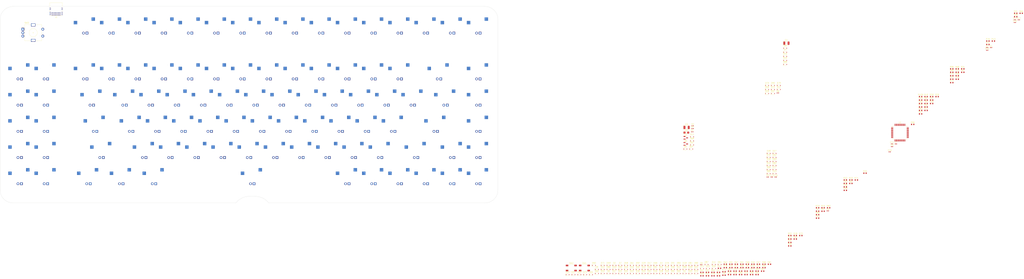
<source format=kicad_pcb>
(kicad_pcb (version 20211014) (generator pcbnew)
  (layers (0 "F.Cu" signal) (31 "B.Cu" signal) (34 "B.Paste" user) (35 "F.Paste" user) (36 "B.SilkS" user "B.Silkscreen") (37 "F.SilkS" user "F.Silkscreen") (38 "B.Mask" user) (39 "F.Mask" user) (44 "Edge.Cuts" user))
  (net 0 "")
  (net 1 "Net-(C1-Pad1)")
  (net 2 "GND")
  (net 3 "Net-(C2-Pad1)")
  (net 4 "+5V")
  (net 5 "+3V3")
  (net 6 "ROTA")
  (net 7 "ROTB")
  (net 8 "+3.3V")
  (net 9 "ROW1")
  (net 10 "Net-(D1-Pad2)")
  (net 11 "ROW2")
  (net 12 "Net-(D2-Pad2)")
  (net 13 "ROW3")
  (net 14 "Net-(D3-Pad2)")
  (net 15 "ROW4")
  (net 16 "Net-(D4-Pad2)")
  (net 17 "ROW5")
  (net 18 "Net-(D5-Pad2)")
  (net 19 "ROW0")
  (net 20 "Net-(D6-Pad2)")
  (net 21 "Net-(D7-Pad2)")
  (net 22 "Net-(D8-Pad2)")
  (net 23 "Net-(D9-Pad2)")
  (net 24 "Net-(D10-Pad2)")
  (net 25 "Net-(D11-Pad2)")
  (net 26 "Net-(D12-Pad2)")
  (net 27 "Net-(D13-Pad2)")
  (net 28 "Net-(D14-Pad2)")
  (net 29 "Net-(D15-Pad2)")
  (net 30 "Net-(D16-Pad2)")
  (net 31 "Net-(D17-Pad2)")
  (net 32 "Net-(D18-Pad2)")
  (net 33 "Net-(D19-Pad2)")
  (net 34 "Net-(D20-Pad2)")
  (net 35 "Net-(D21-Pad2)")
  (net 36 "Net-(D22-Pad2)")
  (net 37 "Net-(D23-Pad2)")
  (net 38 "Net-(D24-Pad2)")
  (net 39 "Net-(D25-Pad2)")
  (net 40 "Net-(D26-Pad2)")
  (net 41 "Net-(D27-Pad2)")
  (net 42 "Net-(D28-Pad2)")
  (net 43 "Net-(D29-Pad2)")
  (net 44 "Net-(D30-Pad2)")
  (net 45 "Net-(D31-Pad2)")
  (net 46 "Net-(D32-Pad2)")
  (net 47 "Net-(D33-Pad2)")
  (net 48 "Net-(D34-Pad2)")
  (net 49 "Net-(D35-Pad2)")
  (net 50 "Net-(D36-Pad2)")
  (net 51 "Net-(D37-Pad2)")
  (net 52 "Net-(D38-Pad2)")
  (net 53 "Net-(D39-Pad2)")
  (net 54 "Net-(D40-Pad2)")
  (net 55 "Net-(D41-Pad2)")
  (net 56 "Net-(D42-Pad2)")
  (net 57 "Net-(D43-Pad2)")
  (net 58 "Net-(D44-Pad2)")
  (net 59 "Net-(D45-Pad2)")
  (net 60 "Net-(D46-Pad2)")
  (net 61 "Net-(D47-Pad2)")
  (net 62 "Net-(D48-Pad2)")
  (net 63 "Net-(D49-Pad2)")
  (net 64 "Net-(D50-Pad2)")
  (net 65 "Net-(D51-Pad2)")
  (net 66 "Net-(D52-Pad2)")
  (net 67 "Net-(D53-Pad2)")
  (net 68 "Net-(D54-Pad2)")
  (net 69 "Net-(D55-Pad2)")
  (net 70 "Net-(D56-Pad2)")
  (net 71 "Net-(D57-Pad2)")
  (net 72 "Net-(D58-Pad2)")
  (net 73 "Net-(D59-Pad2)")
  (net 74 "Net-(D60-Pad2)")
  (net 75 "Net-(D61-Pad2)")
  (net 76 "Net-(D62-Pad2)")
  (net 77 "Net-(D63-Pad2)")
  (net 78 "Net-(D64-Pad2)")
  (net 79 "Net-(D65-Pad2)")
  (net 80 "Net-(D66-Pad2)")
  (net 81 "Net-(D67-Pad2)")
  (net 82 "Net-(D68-Pad2)")
  (net 83 "Net-(D69-Pad2)")
  (net 84 "Net-(D70-Pad2)")
  (net 85 "Net-(D71-Pad2)")
  (net 86 "Net-(D72-Pad2)")
  (net 87 "Net-(D73-Pad2)")
  (net 88 "Net-(D74-Pad2)")
  (net 89 "Net-(D75-Pad2)")
  (net 90 "Net-(D76-Pad2)")
  (net 91 "Net-(D77-Pad2)")
  (net 92 "Net-(D78-Pad2)")
  (net 93 "Net-(D79-Pad2)")
  (net 94 "Net-(D80-Pad2)")
  (net 95 "Net-(D81-Pad2)")
  (net 96 "Net-(D82-Pad2)")
  (net 97 "Net-(D83-Pad2)")
  (net 98 "Net-(D84-Pad2)")
  (net 99 "Net-(D85-Pad2)")
  (net 100 "Net-(D86-Pad2)")
  (net 101 "Net-(D87-Pad2)")
  (net 102 "Net-(D88-Pad2)")
  (net 103 "Net-(D89-Pad2)")
  (net 104 "Net-(D90-Pad2)")
  (net 105 "Net-(D91-Pad2)")
  (net 106 "Net-(D92-Pad2)")
  (net 107 "Net-(D93-Pad2)")
  (net 108 "Net-(D94-Pad2)")
  (net 109 "Net-(D95-Pad2)")
  (net 110 "Net-(J1-PadA5)")
  (net 111 "D_P")
  (net 112 "D_N")
  (net 114 "Net-(J1-PadB5)")
  (net 116 "COL0")
  (net 117 "Net-(-1-Pad3)")
  (net 118 "Net-(=1-Pad3)")
  (net 119 "Net-(Backspace1-Pad3)")
  (net 120 "Net-(CAPSLOCK1-Pad3)")
  (net 121 "COL1")
  (net 122 "Net-(DOWNARROW1-Pad3)")
  (net 123 "Net-(End1-Pad3)")
  (net 124 "Net-(FNKEY1-Pad3)")
  (net 125 "Net-(Home1-Pad3)")
  (net 126 "Net-(LEFTALT1-Pad3)")
  (net 127 "COL2")
  (net 128 "Net-(LEFTARROW1-Pad3)")
  (net 129 "Net-(LEFTSHIFT1-Pad3)")
  (net 130 "Net-(MX-'1-Pad3)")
  (net 131 "Net-(MX-,1-Pad3)")
  (net 132 "Net-(MX-.1-Pad3)")
  (net 133 "Net-(MX-/1-Pad3)")
  (net 134 "Net-(MX-;1-Pad3)")
  (net 135 "COL3")
  (net 136 "Net-(MX-A1-Pad3)")
  (net 137 "Net-(MX-B1-Pad3)")
  (net 138 "Net-(MX-C1-Pad3)")
  (net 139 "Net-(MX-D1-Pad3)")
  (net 140 "Net-(MX-DELETE1-Pad3)")
  (net 141 "COL4")
  (net 142 "Net-(MX-E1-Pad3)")
  (net 143 "Net-(MX-ENTER1-Pad3)")
  (net 144 "Net-(MX-ESC1-Pad3)")
  (net 145 "Net-(MX-EXTRA1-Pad3)")
  (net 146 "Net-(MX-EXTRA2-Pad3)")
  (net 147 "Net-(MX-EXTRA3-Pad3)")
  (net 148 "COL5")
  (net 149 "Net-(MX-EXTRA4-Pad3)")
  (net 150 "Net-(MX-EXTRA5-Pad3)")
  (net 151 "Net-(MX-EXTRA6-Pad3)")
  (net 152 "Net-(MX-EXTRA7-Pad3)")
  (net 153 "Net-(MX-EXTRA8-Pad3)")
  (net 154 "COL6")
  (net 155 "Net-(MX-EXTRA9-Pad3)")
  (net 156 "Net-(MX-EXTRA10-Pad3)")
  (net 157 "Net-(MX-F1-Pad3)")
  (net 158 "Net-(MX-F2-Pad3)")
  (net 159 "Net-(MX-F3-Pad3)")
  (net 160 "COL7")
  (net 161 "Net-(MX-F4-Pad3)")
  (net 162 "Net-(MX-F5-Pad3)")
  (net 163 "Net-(MX-F6-Pad3)")
  (net 164 "Net-(MX-F7-Pad3)")
  (net 165 "Net-(MX-F8-Pad3)")
  (net 166 "COL8")
  (net 167 "Net-(MX-F9-Pad3)")
  (net 168 "Net-(MX-F10-Pad3)")
  (net 169 "Net-(MX-F11-Pad3)")
  (net 170 "Net-(MX-F12-Pad3)")
  (net 171 "Net-(MX-G1-Pad3)")
  (net 172 "COL9")
  (net 173 "Net-(MX-H1-Pad3)")
  (net 174 "Net-(MX-I1-Pad3)")
  (net 175 "Net-(MX-Ins1-Pad3)")
  (net 177 "Net-(MX-J1-Pad3)")
  (net 178 "Net-(MX-K1-Pad3)")
  (net 179 "Net-(MX-L1-Pad3)")
  (net 180 "Net-(MX-M1-Pad3)")
  (net 181 "COL10")
  (net 182 "Net-(MX-N1-Pad3)")
  (net 183 "Net-(MX-O1-Pad3)")
  (net 184 "Net-(MX-P1-Pad3)")
  (net 185 "Net-(MX-PRTSC1-Pad3)")
  (net 186 "Net-(MX-Q1-Pad3)")
  (net 187 "COL11")
  (net 188 "Net-(MX-R1-Pad3)")
  (net 189 "Net-(MX-S1-Pad3)")
  (net 190 "Net-(MX-T1-Pad3)")
  (net 192 "Net-(MX-U1-Pad3)")
  (net 193 "COL12")
  (net 194 "Net-(MX-V1-Pad3)")
  (net 195 "Net-(MX-W1-Pad3)")
  (net 196 "Net-(MX-X1-Pad3)")
  (net 197 "Net-(MX-Y1-Pad3)")
  (net 198 "Net-(MX-Z1-Pad3)")
  (net 199 "Net-(MX-[1-Pad3)")
  (net 200 "COL13")
  (net 201 "Net-(MX-\\1-Pad3)")
  (net 202 "Net-(MX-]1-Pad3)")
  (net 203 "Net-(MX-`1-Pad3)")
  (net 204 "Net-(Num0-Pad3)")
  (net 206 "Net-(Num2-Pad3)")
  (net 207 "COL14")
  (net 208 "Net-(Num3-Pad3)")
  (net 209 "Net-(Num4-Pad3)")
  (net 210 "Net-(Num5-Pad3)")
  (net 211 "Net-(Num6-Pad3)")
  (net 213 "COL15")
  (net 214 "Net-(Num7-Pad3)")
  (net 215 "Net-(Num8-Pad3)")
  (net 216 "Net-(Num9-Pad3)")
  (net 217 "Net-(PgDn1-Pad3)")
  (net 218 "Net-(PgUp1-Pad3)")
  (net 219 "COL16")
  (net 220 "Net-(Tab1-Pad3)")
  (net 221 "Net-(WINDOWSKEY1-Pad3)")
  (net 222 "Net-(SPACEBAR1-Pad3)")
  (net 223 "COL17")
  (net 224 "Net-(RIGHTALT1-Pad3)")
  (net 225 "Net-(RIGHTCONTROL1-Pad3)")
  (net 226 "Net-(RIGHTSHIFT1-Pad3)")
  (net 227 "Net-(UPARROW1-Pad3)")
  (net 228 "Net-(RIGHTARROW1-Pad3)")
  (net 230 "Net-(Q1-Pad1)")
  (net 231 "LED-")
  (net 232 "LED_PWM")
  (net 256 "UGLED")
  (net 257 "Net-(LEFTCTRL1-Pad3)")
  (net 258 "Net-(MX-Fkey1-Pad3)")
  (footprint "MX_Only:MXOnly-1U-Hotswap-LED" (layer "F.Cu") (at -647.7 57.15)
    (fp_text reference "Num3")
    (fp_text value "MX-LED")
  )
  (footprint "MX_Only:MXOnly-1U-Hotswap-LED" (layer "F.Cu") (at -495.3 133.35)
    (fp_text reference "FNKEY1")
    (fp_text value "MX-LED")
  )
  (footprint "MX_Only:MXOnly-1U-Hotswap-LED" (layer "F.Cu") (at -666.75 23.8125)
    (fp_text reference "MX-F2")
    (fp_text value "MX-LED")
  )
  (footprint "MX_Only:MXOnly-1U-Hotswap-LED" (layer "F.Cu") (at -609.6 23.8125)
    (fp_text reference "MX-F5")
    (fp_text value "MX-LED")
  )
  (footprint "MX_Only:MXOnly-1U-Hotswap-LED" (layer "F.Cu") (at -595.3125 95.25)
    (fp_text reference "MX-G1")
    (fp_text value "MX-LED")
  )
  (footprint "Capacitor_SMD:C_0402_1005Metric" (layer "F.Cu") (at -120.015 115.225)
    (fp_text reference "C15")
    (fp_text value "4.7uF")
  )
  (footprint "Diode_SMD:D_SOD-323F" (layer "F.Cu") (at -315.905 197.795)
    (fp_text reference "D7")
    (fp_text value "1N4148")
  )
  (footprint "MX_Only:MXOnly-1U-Hotswap-LED" (layer "F.Cu") (at -752.475 57.15)
    (fp_text reference "MX-EXTRA6")
    (fp_text value "MX-LED")
  )
  (footprint "Diode_SMD:D_SOD-323F" (layer "F.Cu") (at -315.905 200.745)
    (fp_text reference "D93")
    (fp_text value "1N4148")
  )
  (footprint "MX_Only:MXOnly-1U-Hotswap-LED" (layer "F.Cu") (at -519.1125 95.25)
    (fp_text reference "MX-L1")
    (fp_text value "MX-LED")
  )
  (footprint "Resistor_SMD:R_0603_1608Metric" (layer "F.Cu") (at -172.475 155.895)
    (fp_text reference "R19")
    (fp_text value "680R")
  )
  (footprint "Diode_SMD:D_SOD-323F" (layer "F.Cu") (at -307.405 197.795)
    (fp_text reference "D61")
    (fp_text value "1N4148")
  )
  (footprint "Diode_SMD:D_SOD-323F" (layer "F.Cu") (at -268.595 113.195)
    (fp_text reference "D5")
    (fp_text value "1N4148")
  )
  (footprint "MX_Only:MXOnly-1U-Hotswap-LED" (layer "F.Cu") (at -571.5 57.15)
    (fp_text reference "Num7")
    (fp_text value "MX-LED")
  )
  (footprint "MX_Only:MXOnly-1U-Hotswap-LED" (layer "F.Cu") (at -495.3 57.15)
    (fp_text reference "-1")
    (fp_text value "MX-LED")
  )
  (footprint "Diode_SMD:D_SOD-323F" (layer "F.Cu") (at -298.905 203.695)
    (fp_text reference "D55")
    (fp_text value "1N4148")
  )
  (footprint "MX_Only:MXOnly-1U-Hotswap-LED" (layer "F.Cu") (at -752.475 76.2)
    (fp_text reference "MX-EXTRA8")
    (fp_text value "MX-LED")
  )
  (footprint "Resistor_SMD:R_0402_1005Metric" (layer "F.Cu") (at -263.275 96.315)
    (fp_text reference "R2")
    (fp_text value "100R")
  )
  (footprint "MX_Only:MXOnly-1U-Hotswap-LED" (layer "F.Cu") (at -538.1625 95.25)
    (fp_text reference "MX-K1")
    (fp_text value "MX-LED")
  )
  (footprint "Resistor_SMD:R_0603_1608Metric" (layer "F.Cu") (at -215.465 199.445)
    (fp_text reference "R17")
    (fp_text value "680R")
  )
  (footprint "MX_Only:MXOnly-1U-Hotswap-LED" (layer "F.Cu") (at -752.475 95.25)
    (fp_text reference "MX-EXTRA9")
    (fp_text value "MX-LED")
  )
  (footprint "Resistor_SMD:R_0603_1608Metric" (layer "F.Cu") (at -244.495 202.835)
    (fp_text reference "R47")
    (fp_text value "680R")
  )
  (footprint "MX_Only:MXOnly-1U-Hotswap-LED" (layer "F.Cu") (at -542.925 76.2)
    (fp_text reference "MX-I1")
    (fp_text value "MX-LED")
  )
  (footprint "Diode_SMD:D_SOD-323F" (layer "F.Cu") (at -290.405 197.795)
    (fp_text reference "D56")
    (fp_text value "1N4148")
  )
  (footprint "Resistor_SMD:R_0603_1608Metric" (layer "F.Cu") (at -70.925 59.915)
    (fp_text reference "R38")
    (fp_text value "680R")
  )
  (footprint "Diode_SMD:D_SOD-323F" (layer "F.Cu") (at -303.155 203.695)
    (fp_text reference "D36")
    (fp_text value "1N4148")
  )
  (footprint "MX_Only:MXOnly-1.25U-Hotswap-LED" (layer "F.Cu") (at -678.675 133.35)
    (fp_text reference "WINDOWSKEY1")
    (fp_text value "MX-LED")
  )
  (footprint "Capacitor_SMD:C_0402_1005Metric" (layer "F.Cu") (at -118.365 109.475)
    (fp_text reference "C11")
    (fp_text value "100nF")
  )
  (footprint "Diode_SMD:D_SOD-323F" (layer "F.Cu") (at -332.905 200.745)
    (fp_text reference "D9")
    (fp_text value "1N4148")
  )
  (footprint "Resistor_SMD:R_0603_1608Metric" (layer "F.Cu") (at -137.995 130.745)
    (fp_text reference "R35")
    (fp_text value "680R")
  )
  (footprint "Diode_SMD:D_SOD-323F" (layer "F.Cu") (at -243.655 197.155)
    (fp_text reference "D64")
    (fp_text value "1N4148")
  )
  (footprint "Diode_SMD:D_SOD-323F" (layer "F.Cu") (at -196.015 45.805)
    (fp_text reference "D15")
    (fp_text value "1N4148")
  )
  (footprint "Resistor_SMD:R_0603_1608Metric" (layer "F.Cu") (at -152.275 135.695)
    (fp_text reference "R32")
    (fp_text value "680R")
  )
  (footprint "MX_Only:MXOnly-1U-Hotswap-LED" (layer "F.Cu") (at -552.45 57.15)
    (fp_text reference "Num8")
    (fp_text value "MX-LED")
  )
  (footprint "Resistor_SMD:R_0603_1608Metric" (layer "F.Cu") (at -93.585 82.625)
    (fp_text reference "R92")
    (fp_text value "680R")
  )
  (footprint "Resistor_SMD:R_0603_1608Metric" (layer "F.Cu") (at -97.595 77.605)
    (fp_text reference "R48")
    (fp_text value "680R")
  )
  (footprint "MX_Only:MXOnly-1U-Hotswap-LED" (layer "F.Cu") (at -638.175 76.2)
    (fp_text reference "MX-E1")
    (fp_text value "MX-LED")
  )
  (footprint "MX_Only:MXOnly-1U-Hotswap-LED" (layer "F.Cu") (at -666.75 57.15)
    (fp_text reference "Num2")
    (fp_text value "MX-LED")
  )
  (footprint "Resistor_SMD:R_0603_1608Metric" (layer "F.Cu") (at -44.645 34.695)
    (fp_text reference "R43")
    (fp_text value "680R")
  )
  (footprint "Diode_SMD:D_SOD-323F" (layer "F.Cu") (at -277.655 200.745)
    (fp_text reference "D30")
    (fp_text value "1N4148")
  )
  (footprint "Resistor_SMD:R_0603_1608Metric" (layer "F.Cu") (at -223.485 199.445)
    (fp_text reference "R5")
    (fp_text value "5.1k")
  )
  (footprint "Diode_SMD:D_SOD-323F" (layer "F.Cu") (at -207.995 116.355)
    (fp_text reference "D39")
    (fp_text value "1N4148")
  )
  (footprint "MX_Only:MXOnly-1U-Hotswap-LED" (layer "F.Cu") (at -676.275 76.2)
    (fp_text reference "MX-Q1")
    (fp_text value "MX-LED")
  )
  (footprint "Resistor_SMD:R_0603_1608Metric" (layer "F.Cu") (at -24.445 14.495)
    (fp_text reference "R66")
    (fp_text value "680R")
  )
  (footprint "Capacitor_SMD:C_0402_1005Metric" (layer "F.Cu") (at -46.355 39.445)
    (fp_text reference "C1")
    (fp_text value "100nF")
  )
  (footprint "MX_Only:MXOnly-1U-Hotswap-LED" (layer "F.Cu") (at -557.2125 95.25)
    (fp_text reference "MX-J1")
    (fp_text value "MX-LED")
  )
  (footprint "MX_Only:MXOnly-1U-Hotswap-LED" (layer "F.Cu") (at -752.475 114.3)
    (fp_text reference "MX-EXTRA5")
    (fp_text value "MX-LED")
  )
  (footprint "Diode_SMD:D_SOD-323F" (layer "F.Cu") (at -200.655 69.925)
    (fp_text reference "D12")
    (fp_text value "1N4148")
  )
  (footprint "Diode_SMD:D_SOD-323F" (layer "F.Cu") (at -307.405 200.745)
    (fp_text reference "D10")
    (fp_text value "1N4148")
  )
  (footprint "MX_Only:MXOnly-1U-Hotswap-LED" (layer "F.Cu") (at -561.975 76.2)
    (fp_text reference "MX-U1")
    (fp_text value "MX-LED")
  )
  (footprint "Resistor_SMD:R_0603_1608Metric" (layer "F.Cu") (at -192.675 178.605)
    (fp_text reference "R13")
    (fp_text value "680R")
  )
  (footprint "Diode_SMD:D_SOD-323F" (layer "F.Cu") (at -247.905 200.105)
    (fp_text reference "D33")
    (fp_text value "1N4148")
  )
  (footprint "Connector_USB:USB_C_Receptacle_GCT_USB4085" (layer "F.Cu") (at -723.05 15.619836 180)
    (fp_text reference "J1")
    (fp_text value "USB_C_Receptacle_USB2.0")
  )
  (footprint "Resistor_SMD:R_0603_1608Metric" (layer "F.Cu") (at -70.925 62.425)
    (fp_text reference "R46")
    (fp_text value "680R")
  )
  (footprint "MX_Only:MXOnly-1U-Hotswap-LED" (layer "F.Cu") (at -600.075 76.2)
    (fp_text reference "MX-T1")
    (fp_text value "MX-LED")
  )
  (footprint "Diode_SMD:D_SOD-323F" (layer "F.Cu") (at -264.905 203.695)
    (fp_text reference "D35")
    (fp_text value "1N4148")
  )
  (footprint "MX_Only:MXOnly-1U-Hotswap-LED" (layer "F.Cu") (at -704.85 23.8125)
    (fp_text reference "MX-ESC1")
    (fp_text value "MX-LED")
  )
  (footprint "MX_Only:MXOnly-1U-Hotswap-LED" (layer "F.Cu") (at -628.65 23.8125)
    (fp_text reference "MX-F4")
    (fp_text value "MX-LED")
  )
  (footprint "Capacitor_SMD:C_0402_1005Metric" (layer "F.Cu") (at -118.365 111.445)
    (fp_text reference "C9")
    (fp_text value "100nF")
  )
  (footprint "Diode_SMD:D_SOD-323F" (layer "F.Cu") (at -247.905 197.155)
    (fp_text reference "D41")
    (fp_text value "1N4148")
  )
  (footprint "Capacitor_SMD:C_0402_1005Metric" (layer "F.Cu") (at -49.225 39.445)
    (fp_text reference "C2")
    (fp_text value "100nF")
  )
  (footprint "Diode_SMD:D_SOD-323F" (layer "F.Cu") (at -311.655 203.695)
    (fp_text reference "D34")
    (fp_text value "1N4148")
  )
  (footprint "MX_Only:MXOnly-1U-Hotswap-LED" (layer "F.Cu") (at -752.475 133.35)
    (fp_text reference "MX-EXTRA3")
    (fp_text value "MX-LED")
  )
  (footprint "MX_Only:MXOnly-1U-Hotswap-LED" (layer "F.Cu") (at -438.15 23.8125)
    (fp_text reference "MX-PRTSC1")
    (fp_text value "MX-LED")
  )
  (footprint "MX_Only:MXOnly-1U-Hotswap-LED" (layer "F.Cu") (at -590.55 23.8125)
    (fp_text reference "MX-F6")
    (fp_text value "MX-LED")
  )
  (footprint "Resistor_SMD:R_0603_1608Metric" (layer "F.Cu") (at -168.465 158.405)
    (fp_text reference "R97")
    (fp_text value "680R")
  )
  (footprint "Resistor_SMD:R_0603_1608Metric" (layer "F.Cu") (at -239.525 196.935)
    (fp_text reference "R62")
    (fp_text value "680R")
  )
  (footprint "Resistor_SMD:R_0603_1608Metric" (layer "F.Cu") (at -212.415 201.955)
    (fp_text reference "R65")
    (fp_text value "680R")
  )
  (footprint "MX_Only:MXOnly-1U-Hotswap-LED" (layer "F.Cu") (at -685.8 57.15)
    (fp_text reference "Num1")
    (fp_text value "MX-LED")
  )
  (footprint "MX_Only:MXOnly-1U-Hotswap-LED" (layer "F.Cu") (at -552.45 23.8125)
    (fp_text reference "MX-F8")
    (fp_text value "MX-LED")
  )
  (footprint "MX_Only:MXOnly-1U-Hotswap-LED" (layer "F.Cu") (at -514.35 133.35)
    (fp_text reference "RIGHTALT1")
    (fp_text value "MX-LED")
  )
  (footprint "Diode_SMD:D_SOD-323F" (layer "F.Cu") (at -200.655 66.975)
    (fp_text reference "D79")
    (fp_text value "1N4148")
  )
  (footprint "MX_Only:MXOnly-1U-Hotswap-LED" (layer "F.Cu") (at -476.25 57.15)
    (fp_text reference "=1")
    (fp_text value "MX-LED")
  )
  (footprint "Resistor_SMD:R_0603_1608Metric" (layer "F.Cu") (at -93.585 75.095)
    (fp_text reference "R49")
    (fp_text value "680R")
  )
  (footprint "Resistor_SMD:R_0402_1005Metric" (layer "F.Cu") (at -201.325 72.395)
    (fp_text reference "R6")
    (fp_text value "10K")
  )
  (footprint "Resistor_SMD:R_0603_1608Metric" (layer "F.Cu") (at -236.475 204.465)
    (fp_text reference "R25")
    (fp_text value "680R")
  )
  (footprint "Resistor_SMD:R_0603_1608Metric" (layer "F.Cu") (at -97.595 80.115)
    (fp_text reference "R50")
    (fp_text value "680R")
  )
  (footprint "Resistor_SMD:R_0603_1608Metric" (layer "F.Cu") (at -66.915 57.405)
    (fp_text reference "R61")
    (fp_text value "680R")
  )
  (footprint "Resistor_SMD:R_0603_1608Metric" (layer "F.Cu") (at -89.575 80.115)
    (fp_text reference "R16")
    (fp_text value "680R")
  )
  (footprint "Resistor_SMD:R_0603_1608Metric" (layer "F.Cu") (at -235.515 199.445)
    (fp_text reference "R45")
    (fp_text value "680R")
  )
  (footprint "Capacitor_SMD:C_0402_1005Metric" (layer "F.Cu") (at -205.775 133.565)
    (fp_text reference "C12")
    (fp_text value "100nF")
  )
  (footprint "Diode_SMD:D_SOD-323F" (layer "F.Cu") (at -204.905 66.975)
    (fp_text reference "D90")
    (fp_text value "1N4148")
  )
  (footprint "MX_Only:MXOnly-1U-Hotswap-LED" (layer "F.Cu") (at -547.6875 114.3)
    (fp_text reference "MX-M1")
    (fp_text value "MX-LED")
  )
  (footprint "Diode_SMD:D_SOD-323F" (layer "F.Cu") (at -207.995 122.255)
    (fp_text reference "D48")
    (fp_text value "1N4148")
  )
  (footprint "Diode_SMD:D_SOD-323F" (layer "F.Cu") (at -345.655 204.545)
    (fp_text reference "D63")
    (fp_text value "1N4148")
  )
  (footprint "Diode_SMD:D_SOD-323F" (layer "F.Cu") (at -252.155 200.105)
    (fp_text reference "D25")
    (fp_text value "1N4148")
  )
  (footprint "Resistor_SMD:R_0603_1608Metric" (layer "F.Cu") (at -219.475 199.445)
    (fp_text reference "R101")
    (fp_text value "680R")
  )
  (footprint "Diode_SMD:D_SOD-323F" (layer "F.Cu") (at -328.655 203.695)
    (fp_text reference "D53")
    (fp_text value "1N4148")
  )
  (footprint "Resistor_SMD:R_0603_1608Metric" (layer "F.Cu") (at -70.925 57.405)
    (fp_text reference "R10")
    (fp_text value "680R")
  )
  (footprint "Diode_SMD:D_SOD-323F" (layer "F.Cu") (at -256.405 200.105)
    (fp_text reference "D14")
    (fp_text value "1N4148")
  )
  (footprint "MX_Only:MXOnly-1U-Hotswap-LED" (layer "F.Cu") (at -633.4125 95.25)
    (fp_text reference "MX-D1")
    (fp_text value "MX-LED")
  )
  (footprint "Diode_SMD:D_SOD-323F" (layer "F.Cu") (at -209.155 69.925)
    (fp_text reference "D50")
    (fp_text value "1N4148")
  )
  (footprint "Diode_SMD:D_SOD-323F" (layer "F.Cu") (at -294.655 197.795)
    (fp_text reference "D47")
    (fp_text value "1N4148")
  )
  (footprint "Diode_SMD:D_SOD-323F" (layer "F.Cu") (at -324.405 203.695)
    (fp_text reference "D6")
    (fp_text value "1N4148")
  )
  (footprint "MX_Only:MXOnly-1U-Hotswap-LED" (layer "F.Cu") (at -571.5 23.8125)
    (fp_text reference "MX-F7")
    (fp_text value "MX-LED")
  )
  (footprint "Resistor_SMD:R_0603_1608Metric" (layer "F.Cu") (at -144.255 135.695)
    (fp_text reference "R74")
    (fp_text value "680R")
  )
  (footprint "Diode_SMD:D_SOD-323F" (layer "F.Cu") (at -203.745 131.105)
    (fp_text reference "D45")
    (fp_text value "1N4148")
  )
  (footprint "MX_Only:MXOnly-1U-Hotswap-LED" (layer "F.Cu") (at -671.5125 95.25)
    (fp_text reference "MX-A1")
    (fp_text value "MX-LED")
  )
  (footprint "MX_Only:MXOnly-1U-Hotswap-LED" (layer "F.Cu") (at -523.875 76.2)
    (fp_text reference "MX-O1")
    (fp_text value "MX-LED")
  )
  (footprint "MX_Only:MXOnly-1.25U-Hotswap-LED" (layer "F.Cu") (at -702.4875 133.35)
    (fp_text reference "LEFTCTRL1")
    (fp_text value "MX-LED")
  )
  (footprint "Diode_SMD:D_SOD-323F" (layer "F.Cu") (at -264.905 200.745)
    (fp_text reference "D28")
    (fp_text value "1N4148")
  )
  (footprint "Package_TO_SOT_SMD:SOT-23" (layer "F.Cu") (at -268.275 105.045)
    (fp_text reference "U2")
    (fp_text value "XC6206P332MR")
  )
  (footprint "Diode_SMD:D_SOD-323F" (layer "F.Cu") (at -281.905 203.695)
    (fp_text reference "D26")
    (fp_text value "1N4148")
  )
  (footprint "Diode_SMD:D_SOD-323F" (layer "F.Cu") (at -207.995 125.205)
    (fp_text reference "D42")
    (fp_text value "1N4148")
  )
  (footprint "Diode_SMD:D_SOD-323F" (layer "F.Cu") (at -332.905 203.695)
    (fp_text reference "D62")
    (fp_text value "1N4148")
  )
  (footprint "MX_Only:MXOnly-6.25U-Hotswap-LED" (layer "F.Cu") (at -583.425 133.35)
    (fp_text reference "SPACEBAR1")
    (fp_text value "MX-LED")
  )
  (footprint "Diode_SMD:D_SOD-323F" (layer "F.Cu") (at -290.405 200.745)
    (fp_text reference "D94")
    (fp_text value "1N4148")
  )
  (footprint "Diode_SMD:D_SOD-323F" (layer "F.Cu") (at -273.405 197.795)
    (fp_text reference "D83")
    (fp_text value "1N4148")
  )
  (footprint "MX_Only:MXOnly-1U-Hotswap-LED" (layer "F.Cu") (at -504.825 76.2)
    (fp_text reference "MX-P1")
    (fp_text value "MX-LED")
  )
  (footprint "Resistor_SMD:R_0603_1608Metric" (layer "F.Cu") (at -235.515 196.935)
    (fp_text reference "R91")
    (fp_text value "680R")
  )
  (footprint "Resistor_SMD:R_0603_1608Metric" (layer "F.Cu") (at -215.465 196.935)
    (fp_text reference "R37")
    (fp_text value "680R")
  )
  (footprint "MX_Only:MXOnly-1U-Hotswap-LED" (layer "F.Cu") (at -481.0125 95.25)
    (fp_text reference "MX-'1")
    (fp_text value "MX-LED")
  )
  (footprint "Resistor_SMD:R_0603_1608Metric" (layer "F.Cu") (at -74.935 57.405)
    (fp_text reference "R86")
    (fp_text value "680R")
  )
  (footprint "MX_Only:MXOnly-1U-Hotswap-LED" (layer "F.Cu") (at -614.3625 95.25)
    (fp_text reference "MX-Fkey1")
    (fp_text value "MX-LED")
  )
  (footprint "Capacitor_SMD:C_0402_1005Metric" (layer "F.Cu") (at -115.495 109.475)
    (fp_text reference "C7")
    (fp_text value "4.7uF")
  )
  (footprint "MX_Only:MXOnly-1U-Hotswap-LED" (layer "F.Cu") (at -476.25 133.35)
    (fp_text reference "RIGHTCONTROL1")
    (fp_text value "MX-LED")
  )
  (footprint "MX_Only:MXOnly-1U-Hotswap-LED" (layer "F.Cu") (at -514.35 23.8125)
    (fp_text reference "MX-F10")
    (fp_text value "MX-LED")
  )
  (footprint "MX_Only:MXOnly-1U-Hotswap-LED" (layer "F.Cu") (at -623.8875 114.3)
    (fp_text reference "MX-C1")
    (fp_text value "MX-LED")
  )
  (footprint "MX_Only:MXOnly-1U-Hotswap-LED" (layer "F.Cu") (at -457.2 23.8125)
    (fp_text reference "MX-Ins1")
    (fp_text value "MX-LED")
  )
  (footprint "Diode_SMD:D_SOD-323F" (layer "F.Cu") (at -303.155 197.795)
    (fp_text reference "D92")
    (fp_text value "1N4148")
  )
  (footprint "Diode_SMD:D_SOD-323F" (layer "F.Cu") (at -273.405 200.745)
    (fp_text reference "D11")
    (fp_text value "1N4148")
  )
  (footprint "Resistor_SMD:R_0603_1608Metric" (layer "F.Cu") (at -228.455 204.465)
    (fp_text reference "R80")
    (fp_text value "680R")
  )
  (footprint "MX_Only:MXOnly-1U-Hotswap-LED" (layer "F.Cu") (at -566.7375 114.3)
    (fp_text reference "MX-N1")
    (fp_text value "MX-LED")
  )
  (footprint "MX_Only:MXOnly-1U-Hotswap-LED" (layer "F.Cu") (at -733.425 57.15)
    (fp_text reference "MX-EXTRA2")
    (fp_text value "MX-LED")
  )
  (footprint "Diode_SMD:D_SOD-323F" (layer "F.Cu") (at -260.655 200.745)
    (fp_text reference "D22")
    (fp_text value "1N4148")
  )
  (footprint "Capacitor_SMD:C_0402_1005Metric" (layer "F.Cu") (at -29.025 21.215)
    (fp_text reference "C10")
    (fp_text value "100nF")
  )
  (footprint "MX_Only:MXOnly-1U-Hotswap-LED" (layer "F.Cu") (at -733.425 76.2)
    (fp_text reference "MX-EXTRA4")
    (fp_text value "MX-LED")
  )
  (footprint "MX_Only:MXOnly-1.25U-Hotswap-LED" (layer "F.Cu") (at -654.8625 133.35)
    (fp_text reference "LEFTALT1")
    (fp_text value "MX-LED")
  )
  (footprint "Diode_SMD:D_SOD-323F" (layer "F.Cu") (at -196.015 48.755)
    (fp_text reference "D19")
    (fp_text value "1N4148")
  )
  (footprint "Diode_SMD:D_SOD-323F" (layer "F.Cu") (at -294.655 203.695)
    (fp_text reference "D54")
    (fp_text value "1N4148")
  )
  (footprint "Diode_SMD:D_SOD-323F" (layer "F.Cu") (at -277.655 197.795)
    (fp_text reference "D91")
    (fp_text value "1N4148")
  )
  (footprint "MX_Only:MXOnly-1U-Hotswap-LED" (layer "F.Cu") (at -457.2 133.35)
    (fp_text reference "LEFTARROW1")
    (fp_text value "MX-LED")
  )
  (footprint "Resistor_SMD:R_0603_1608Metric" (layer "F.Cu") (at -184.655 176.095)
    (fp_text reference "R23")
    (fp_text value "680R")
  )
  (footprint "MX_Only:MXOnly-1U-Hotswap-LED" (layer "F.Cu") (at -466.725 76.2)
    (fp_text reference "MX-]1")
    (fp_text value "MX-LED")
  )
  (footprint "MX_Only:MXOnly-1U-Hotswap-LED" (layer "F.Cu") (at -533.4 57.15)
    (fp_text reference "Num9")
    (fp_text value "MX-LED")
  )
  (footprint "MX_Only:MXOnly-1U-Hotswap-LED" (layer "F.Cu") (at -533.4 23.8125)
    (fp_text reference "MX-F9")
    (fp_text value "MX-LED")
  )
  (footprint "Diode_SMD:D_SOD-323F" (layer "F.Cu") (at -328.655 197.795)
    (fp_text reference "D71")
    (fp_text value "1N4148")
  )
  (footprint "MX_Only:MXOnly-1U-Hotswap-LED" (layer "F.Cu") (at -642.9375 114.3)
    (fp_text reference "MX-X1")
    (fp_text value "MX-LED")
  )
  (footprint "Resistor_SMD:R_0603_1608Metric" (layer "F.Cu") (at -103.345 95.295)
    (fp_text reference "R90")
    (fp_text value "680R")
  )
  (footprint "MX_Only:MXOnly-1U-Hotswap-LED" (layer "F.Cu") (at -590.55 57.15)
    (fp_text reference "Num6")
    (fp_text value "MX-LED")
  )
  (footprint "MX_Only:MXOnly-1U-Hotswap-LED" (layer "F.Cu") (at -609.6 57.15)
    (fp_text reference "Num5")
    (fp_text value "MX-LED")
  )
  (footprint "Capacitor_Tantalum_SMD:CP_EIA-3528-21_Kemet-B" (layer "F.Cu") (at -267.7 97.495)
    (fp_text reference "C3")
    (fp_text value "100uF")
  )
  (footprint "Resistor_SMD:R_0603_1608Metric" (layer "F.Cu") (at -28.455 17.005)
    (fp_text reference "R28")
    (fp_text value "680R")
  )
  (footprint "Resistor_SMD:R_0603_1608Metric" (layer "F.Cu") (at -74.935 62.425)
    (fp_text reference "R22")
    (fp_text value "680R")
  )
  (footprint "Resistor_SMD:R_0603_1608Metric" (layer "F.Cu") (at -211.455 199.445)
    (fp_text reference "R85")
    (fp_text value "680R")
  )
  (footprint "Diode_SMD:D_SOD-323F" (layer "F.Cu") (at -281.905 197.795)
    (fp_text reference "D76")
    (fp_text value "1N4148")
  )
  (footprint "MX_Only:MXOnly-1.5U-Hotswap-LED" (layer "F.Cu") (at -442.9125 76.2)
    (fp_text reference "MX-\\1")
    (fp_text value "MX-LED")
  )
  (footprint "Diode_SMD:D_SOD-323F" (layer "F.Cu") (at -260.655 203.695)
    (fp_text reference "D72")
    (fp_text value "1N4148")
  )
  (footprint "Resistor_SMD:R_0603_1608Metric" (layer "F.Cu") (at -74.935 54.895)
    (fp_text reference "R96")
    (fp_text value "680R")
  )
  (footprint "Diode_SMD:D_SOD-323F" (layer "F.Cu") (at -204.905 69.925)
    (fp_text reference "D73")
    (fp_text value "1N4148")
  )
  (footprint "Resistor_SMD:R_0603_1608Metric" (layer "F.Cu") (at -48.655 37.205)
    (fp_text reference "R41")
    (fp_text value "680R")
  )
  (footprint "Resistor_SMD:R_0603_1608Metric" (layer "F.Cu") (at -239.525 199.445)
    (fp_text reference "R78")
    (fp_text value "680R")
  )
  (footprint "Resistor_SMD:R_0603_1608Metric" (layer "F.Cu") (at -244.495 205.345)
    (fp_text reference "R11")
    (fp_text value "680R")
  )
  (footprint "MX_Only:MXOnly-1U-Hotswap-LED" (layer "F.Cu") (at -514.35 57.15)
    (fp_text reference "Num0")
    (fp_text value "MX-LED")
  )
  (footprint "MX_Only:MXOnly-1U-Hotswap-LED" (layer "F.Cu") (at -585.7875 114.3)
    (fp_text reference "MX-B1")
    (fp_text value "MX-LED")
  )
  (footprint "Diode_SMD:D_SOD-323F" (layer "F.Cu") (at -328.655 200.745)
    (fp_text reference "D13")
    (fp_text value "1N4148")
  )
  (footprint "Diode_SMD:D_SOD-323F" (layer "F.Cu") (at -311.655 200.745)
    (fp_text reference "D16")
    (fp_text value "1N4148")
  )
  (footprint "Resistor_SMD:R_0603_1608Metric" (layer "F.Cu") (at -207.445 196.935)
    (fp_text reference "R81")
    (fp_text value "680R")
  )
  (footprint "Diode_SMD:D_SOD-323F" (layer "F.Cu") (at -354.155 204.545)
    (fp_text reference "D31")
    (fp_text value "1N4148")
  )
  (footprint "Resistor_SMD:R_0603_1608Metric" (layer "F.Cu") (at -231.505 196.935)
    (fp_text reference "R67")
    (fp_text value "680R")
  )
  (footprint "Diode_SMD:D_SOD-323F" (layer "F.Cu") (at -349.905 204.545)
    (fp_text reference "D21")
    (fp_text value "1N4148")
  )
  (footprint "Diode_SMD:D_SOD-323F" (layer "F.Cu") (at -337.155 204.545)
    (fp_text reference "D95")
    (fp_text value "1N4148")
  )
  (footprint "Resistor_SMD:R_0603_1608Metric" (layer "F.Cu") (at -228.455 201.955)
    (fp_text reference "R75")
    (fp_text value "680R")
  )
  (footprint "MX_Only:MXOnly-1U-Hotswap-LED" (layer "F.Cu") (at -661.9875 114.3)
    (fp_text reference "MX-Z1")
    (fp_text value "MX-LED")
  )
  (footprint "MX_Only:MXOnly-1U-Hotswap-LED" (layer "F.Cu") (at -438.15 133.35)
    (fp_text reference "DOWNARROW1")
    (fp_text value "MX-LED")
  )
  (footprint "Resistor_SMD:R_0603_1608Metric" (layer "F.Cu") (at -172.475 160.915)
    (fp_text reference "R89")
    (fp_text value "680R")
  )
  (footprint "MX_Only:MXOnly-1U-Hotswap-LED" (layer "F.Cu") (at -419.1 95.25)
    (fp_text reference "PgUp1")
    (fp_text value "MX-LED")
  )
  (footprint "Resistor_SMD:R_0603_1608Metric" (layer "F.Cu") (at -89.575 77.605)
    (fp_text reference "R51")
    (fp_text value "680R")
  )
  (footprint "MX_Only:MXOnly-2U-Hotswap-LED" (layer "F.Cu") (at -447.675 57.15)
    (fp_text reference "Backspace1")
    (fp_text value "MX-LED")
  )
  (footprint "Resistor_SMD:R_0603_1608Metric" (layer "F.Cu") (at -152.275 138.205)
    (fp_text reference "R93")
    (fp_text value "680R")
  )
  (footprint "MX_Only:MXOnly-1U-Hotswap-LED" (layer "F.Cu") (at -490.5375 114.3)
    (fp_text reference "MX-/1")
    (fp_text value "MX-LED")
  )
  (footprint "Diode_SMD:D_SOD-323F" (layer "F.Cu") (at -203.745 125.205)
    (fp_text reference "D82")
    (fp_text value "1N4148")
  )
  (footprint "Capacitor_SMD:C_0402_1005Metric" (layer "F.Cu") (at -202.905 133.565)
    (fp_text reference "C16")
    (fp_text value "4.7uF")
  )
  (footprint "Resistor_SMD:R_0603_1608Metric" (layer "F.Cu") (at -192.675 181.115)
    (fp_text reference "R54")
    (fp_text value "680R")
  )
  (footprint "MX_Only:MXOnly-1U-Hotswap-LED" (layer "F.Cu") (at -419.1 133.35)
    (fp_text reference "RIGHTARROW1")
    (fp_text value "MX-LED")
  )
  (footprint "Resistor_SMD:R_0603_1608Metric" (layer "F.Cu") (at -168.465 155.895)
    (fp_text reference "R15")
    (fp_text value "680R")
  )
  (footprint "Diode_SMD:D_SOD-323F" (layer "F.Cu") (at -269.155 200.745)
    (fp_text reference "D88")
    (fp_text value "1N4148")
  )
  (footprint "Resistor_SMD:R_0603_1608Metric" (layer "F.Cu") (at -216.425 201.955)
    (fp_text reference "R69")
    (fp_text value "680R")
  )
  (footprint "Resistor_SMD:R_0603_1608Metric" (layer "F.Cu") (at -216.425 204.465)
    (fp_text reference "R95")
    (fp_text value "680R")
  )
  (footprint "Diode_SMD:D_SOD-323F" (layer "F.Cu") (at -207.995 128.155)
    (fp_text reference "D66")
    (fp_text value "1N4148")
  )
  (footprint "Rotary_Encoder:RotaryEncoder_Alps_EC11E-Switch_Vertical_H20mm" (layer "F.Cu") (at -750.2 26.075)
    (fp_text reference "SW3")
    (fp_text value "RotaryEncoder_Switch")
  )
  (footprint "Diode_SMD:D_SOD-323F" (layer "F.Cu") (at -307.405 203.695)
    (fp_text reference "D23")
    (fp_text value "1N4148")
  )
  (footprint "Resistor_SMD:R_0603_1608Metric" (layer "F.Cu") (at -236.475 201.955)
    (fp_text reference "R84")
    (fp_text value "680R")
  )
  (footprint "Diode_SMD:D_SOD-323F" (layer "F.Cu") (at -209.155 66.975)
    (fp_text reference "D75")
    (fp_text value "1N4148")
  )
  (footprint "Diode_SMD:D_SOD-323F" (layer "F.Cu") (at -203.745 128.155)
    (fp_text reference "D77")
    (fp_text value "1N4148")
  )
  (footprint "Resistor_SMD:R_0603_1608Metric" (layer "F.Cu") (at -192.675 183.625)
    (fp_text reference "R56")
    (fp_text value "680R")
  )
  (footprint "Button_Switch_SMD:SW_SPST_SKQG_WithStem" (layer "F.Cu") (at -351.505 199.695)
    (fp_text reference "SW2")
    (fp_text value "RST")
  )
  (footprint "Resistor_SMD:R_0603_1608Metric" (layer "F.Cu") (at -219.475 196.935)
    (fp_text reference "R30")
    (fp_text value "680R")
  )
  (footprint "Resistor_SMD:R_0603_1608Metric" (layer "F.Cu") (at -256.525 205.345)
    (fp_text reference "R59")
    (fp_text value "680R")
  )
  (footprint "Diode_SMD:D_SOD-323F" (layer "F.Cu") (at -298.905 200.745)
    (fp_text reference "D43")
    (fp_text value "1N4148")
  )
  (footprint "MX_Only:MXOnly-1.5U-Hotswap-LED" (layer "F.Cu") (at -700.0875 76.2)
    (fp_text reference "Tab1")
    (fp_text value "MX-LED")
  )
  (footprint "MX_Only:MXOnly-1U-Hotswap-LED" (layer "F.Cu") (at -500.0625 95.25)
    (fp_text reference "MX-;1")
    (fp_text value "MX-LED")
  )
  (footprint "Resistor_SMD:R_0603_1608Metric" (layer "F.Cu") (at -252.515 202.835)
    (fp_text reference "R31")
    (fp_text value "680R")
  )
  (footprint "Resistor_SMD:R_0603_1608Metric" (layer "F.Cu") (at -172.475 163.425)
    (fp_text reference "R53")
    (fp_text value "680R")
  )
  (footprint "MX_Only:MXOnly-1U-Hotswap-LED" (layer "F.Cu") (at -604.8375 114.3)
    (fp_text reference "MX-V1")
    (fp_text value "MX-LED")
  )
  (footprint "Resistor_SMD:R_0603_1608Metric" (layer "F.Cu") (at -188.665 178.605)
    (fp_text reference "R63")
    (fp_text value "680R")
  )
  (footprint "Button_Switch_SMD:SW_SPST_SKQG_WithStem" (layer "F.Cu") (at -341.955 199.695)
    (fp_text reference "SW1")
    (fp_text value "BOOT")
  )
  (footprint "Resistor_SMD:R_0603_1608Metric" (layer "F.Cu") (at -93.585 80.115)
    (fp_text reference "R9")
    (fp_text value "680R")
  )
  (footprint "Resistor_SMD:R_0603_1608Metric" (layer "F.Cu") (at -97.595 85.135)
    (fp_text reference "R83")
    (fp_text value "680R")
  )
  (footprint "Resistor_SMD:R_0603_1608Metric" (layer "F.Cu") (at -172.475 158.405)
    (fp_text reference "R4")
    (fp_text value "5.1k")
  )
  (footprint "Resistor_SMD:R_0603_1608Metric" (layer "F.Cu") (at -188.665 176.095)
    (fp_text reference "R18")
    (fp_text value "680R")
  )
  (footprint "MX_Only:MXOnly-1U-Hotswap-LED" (layer "F.Cu") (at -419.1 76.2)
    (fp_text reference "End1")
    (fp_text value "MX-LED")
  )
  (footprint "Diode_SMD:D_SOD-323F" (layer "F.Cu") (at -196.015 51.705)
    (fp_text reference "D89")
    (fp_text value "1N4148")
  )
  (footprint "MX_Only:MXOnly-1U-Hotswap-LED" (layer "F.Cu") (at -704.85 57.15)
    (fp_text reference "MX-`1")
    (fp_text value "MX-LED")
  )
  (footprint "Diode_SMD:D_SOD-323F" (layer "F.Cu") (at -298.905 197.795)
    (fp_text reference "D29")
    (fp_text value "1N4148")
  )
  (footprint "Resistor_SMD:R_0603_1608Metric" (layer "F.Cu") (at -252.515 205.345)
    (fp_text reference "R21")
    (fp_text value "680R")
  )
  (footprint "Resistor_SMD:R_0603_1608Metric" (layer "F.Cu") (at -220.435 201.955)
    (fp_text reference "R42")
    (fp_text value "680R")
  )
  (footprint "Capacitor_Tantalum_SMD:CP_EIA-3216-18_Kemet-A" (layer "F.Cu") (at -267.85 101.245)
    (fp_text reference "C5")
    (fp_text value "10uF")
  )
  (footprint "MX_Only:MXOnly-1U-Hotswap-LED" (layer "F.Cu") (at -419.1 114.3)
    (fp_text reference "PgDn1")
    (fp_text value "MX-LED")
  )
  (footprint "Resistor_SMD:R_0603_1608Metric" (layer "F.Cu") (at -243.775 199.885)
    (fp_text reference "R44")
    (fp_text value "680R")
  )
  (footprint "Diode_SMD:D_SOD-323F" (layer "F.Cu") (at -320.155 197.795)
    (fp_text reference "D2")
    (fp_text value "1N4148")
  )
  (footprint "Diode_SMD:D_SOD-323F" (layer "F.Cu") (at -320.155 203.695)
    (fp_text reference "D17")
    (fp_text value "1N4148")
  )
  (footprint "Resistor_SMD:R_0603_1608Metric" (layer "F.Cu") (at -97.595 82.625)
    (fp_text reference "R71")
    (fp_text value "680R")
  )
  (footprint "MX_Only:MXOnly-2.25U-Hotswap-LED" (layer "F.Cu") (at -450.075 95.25)
    (fp_text reference "MX-ENTER1")
    (fp_text value "MX-LED")
  )
  (footprint "Resistor_SMD:R_0603_1608Metric" (layer "F.Cu") (at -148.265 138.205)
    (fp_text reference "R64")
    (fp_text value "680R")
  )
  (footprint "Diode_SMD:D_SOD-323F" (layer "F.Cu") (at -204.905 72.875)
    (fp_text reference "D37")
    (fp_text value "1N4148")
  )
  (footprint "Resistor_SMD:R_0603_1608Metric" (layer "F.Cu") (at -74.935 64.935)
    (fp_text reference "R72")
    (fp_text value "680R")
  )
  (footprint "Diode_SMD:D_SOD-323F" (layer "F.Cu") (at -264.905 197.795)
    (fp_text reference "D84")
    (fp_text value "1N4148")
  )
  (footprint "Diode_SMD:D_SOD-323F" (layer "F.Cu") (at -260.655 197.795)
    (fp_text reference "D80")
    (fp_text value "1N4148")
  )
  (footprint "MX_Only:MXOnly-1U-Hotswap-LED" (layer "F.Cu") (at -476.25 23.8125)
    (fp_text reference "MX-F12")
    (fp_text value "MX-LED")
  )
  (footprint "Resistor_SMD:R_0603_1608Metric" (layer "F.Cu") (at -256.525 202.835)
    (fp_text reference "R57")
    (fp_text value "680R")
  )
  (footprint "Diode_SMD:D_SOD-323F" (layer "F.Cu") (at -209.155 72.875)
    (fp_text reference "D20")
    (fp_text value "1N4148")
  )
  (footprint "Diode_SMD:D_SOD-323F" (layer "F.Cu") (at -303.155 200.745)
    (fp_text reference "D32")
    (fp_text value "1N4148")
  )
  (footprint "Resistor_SMD:R_0603_1608Metric" (layer "F.Cu") (at -93.585 85.135)
    (fp_text reference "R12")
    (fp_text value "680R")
  )
  (footprint "Resistor_SMD:R_0603_1608Metric" (layer "F.Cu") (at -66.915 54.895)
    (fp_text reference "R24")
    (fp_text value "680R")
  )
  (footprint "Resistor_SMD:R_0603_1608Metric" (layer "F.Cu") (at -192.675 176.095)
    (fp_text reference "R52")
    (fp_text value "680R")
  )
  (footprint "Diode_SMD:D_SOD-323F" (layer "F.Cu") (at -203.745 122.255)
    (fp_text reference "D69")
    (fp_text value "1N4148")
  )
  (footprint "MX_Only:MXOnly-1U-Hotswap-LED" (layer "F.Cu") (at -485.775 76.2)
    (fp_text reference "MX-[1")
    (fp_text value "MX-LED")
  )
  (footprint "Resistor_SMD:R_0603_1608Metric" (layer "F.Cu") (at -224.445 204.465)
    (fp_text reference "R40")
    (fp_text value "680R")
  )
  (footprint "Resistor_SMD:R_0402_1005Metric" (layer "F.Cu") (at -263.275 98.305)
    (fp_text reference "R7")
    (fp_text value "10K")
  )
  (footprint "MX_Only:MXOnly-1U-Hotswap-LED" (layer "F.Cu") (at -733.425 95.25)
    (fp_text reference "MX-EXTRA7")
    (fp_text value "MX-LED")
  )
  (footprint "Resistor_SMD:R_0603_1608Metric" (layer "F.Cu") (at -93.585 77.605)
    (fp_text reference "R87")
    (fp_text value "680R")
  )
  (footprint "Diode_SMD:D_SOD-323F" (layer "F.Cu") (at -269.155 197.795)
    (fp_text reference "D18")
    (fp_text value "1N4148")
  )
  (footprint "Diode_SMD:D_SOD-323F" (layer "F.Cu") (at -341.405 204.545)
    (fp_text reference "D74")
    (fp_text value "1N4148")
  )
  (footprint "Diode_SMD:D_SOD-323F" (layer "F.Cu") (at -263.705 110.195)
    (fp_text reference "D57")
    (fp_text value "1N4148")
  )
  (footprint "Diode_SMD:D_SOD-323F" (layer "F.Cu") (at -207.995 119.305)
    (fp_text reference "D70")
    (fp_text value "1N4148")
  )
  (footprint "MX_Only:MXOnly-2.25U-Hotswap-LED" (layer "F.Cu") (at -692.9625 114.3)
    (fp_text reference "LEFTSHIFT1")
    (fp_text value "MX-LED")
  )
  (footprint "Diode_SMD:D_SOD-323F" (layer "F.Cu") (at -207.995 131.105)
    (fp_text reference "D85")
    (fp_text value "1N4148")
  )
  (footprint "MX_Only:MXOnly-1U-Hotswap-LED" (layer "F.Cu") (at -619.125 76.2)
    (fp_text reference "MX-R1")
    (fp_text value "MX-LED")
  )
  (footprint "Diode_SMD:D_SOD-323F" (layer "F.Cu") (at -269.155 203.695)
    (fp_text reference "D1")
    (fp_text value "1N4148")
  )
  (footprint "MX_Only:MXOnly-1U-Hotswap-LED" (layer "F.Cu") (at -576.2625 95.25)
    (fp_text reference "MX-H1")
    (fp_text value "MX-LED")
  )
  (footprint "Resistor_SMD:R_0603_1608Metric" (layer "F.Cu") (at -97.595 87.645)
    (fp_text reference "R27")
    (fp_text value "680R")
  )
  (footprint "Capacitor_SMD:C_0402_1005Metric" (layer "F.Cu") (at -165.025 158.135)
    (fp_text reference "C6")
    (fp_text value "1uF")
  )
  (footprint "Diode_SMD:D_SOD-323F" (layer "F.Cu") (at -281.905 200.745)
    (fp_text reference "D78")
    (fp_text value "1N4148")
  )
  (footprint "MX_Only:MXOnly-1.75U-Hotswap-LED" (layer "F.Cu") (at -697.725 95.25)
    (fp_text reference "CAPSLOCK1")
    (fp_text value "MX-LED")
  )
  (footprint "Capacitor_SMD:C_0402_1005Metric" (layer "F.Cu") (at -26.155 19.245)
    (fp_text reference "C17")
    (fp_text value "100nF")
  )
  (footprint "Diode_SMD:D_SOD-323F" (layer "F.Cu") (at -335.055 197.795)
    (fp_text reference "D60")
    (fp_text value "1N4148")
  )
  (footprint "Resistor_SMD:R_0603_1608Metric" (layer "F.Cu") (at -211.455 196.935)
    (fp_text reference "R88")
    (fp_text value "680R")
  )
  (footprint "Diode_SMD:D_SOD-323F" (layer "F.Cu") (at -286.155 197.795)
    (fp_text reference "D3")
    (fp_text value "1N4148")
  )
  (footprint "Diode_SMD:D_SOD-323F" (layer "F.Cu") (at -320.155 200.745)
    (fp_text reference "D49")
    (fp_text value "1N4148")
  )
  (footprint "Package_QFP:LQFP-64_10x10mm_P0.5mm" (layer "F.Cu") (at -112.575 101.265)
    (fp_text reference "U1")
    (fp_text value "STM32F072R8Tx")
  )
  (footprint "Resistor_SMD:R_0603_1608Metric" (layer "F.Cu") (at -227.495 199.445)
    (fp_text reference "R60")
    (fp_text value "680R")
  )
  (footprint "Diode_SMD:D_SOD-323F" (layer "F.Cu") (at -263.705 104.295)
    (fp_text reference "D44")
    (fp_text value "1N4148")
  )
  (footprint "Resistor_SMD:R_0603_1608Metric" (layer "F.Cu") (at -148.265 135.695)
    (fp_text reference "R33")
    (fp_text value "680R")
  )
  (footprint "Resistor_SMD:R_0603_1608Metric" (layer "F.Cu") (at -89.575 75.095)
    (fp_text reference "R39")
    (fp_text value "680R")
  )
  (footprint "MX_Only:MXOnly-1U-Hotswap-LED" (layer "F.Cu") (at -652.4625 95.25)
    (fp_text reference "MX-S1")
    (fp_text value "MX-LED")
  )
  (footprint "Resistor_SMD:R_0603_1608Metric" (layer "F.Cu") (at -164.455 155.895)
    (fp_text reference "R82")
    (fp_text value "680R")
  )
  (footprint "Resistor_SMD:R_0402_1005Metric" (layer "F.Cu") (at -208.665 133.575)
    (fp_text reference "R3")
    (fp_text value "10k")
  )
  (footprint "Resistor_SMD:R_0603_1608Metric" (layer "F.Cu") (at -232.465 204.465)
    (fp_text reference "R26")
    (fp_text value "680R")
  )
  (footprint "Diode_SMD:D_SOD-323F" (layer "F.Cu") (at -286.155 200.745)
    (fp_text reference "D51")
    (fp_text value "1N4148")
  )
  (footprint "MX_Only:MXOnly-1U-Hotswap-LED" (layer "F.Cu") (at -581.025 76.2)
    (fp_text reference "MX-Y1")
    (fp_text value "MX-LED")
  )
  (footprint "Resistor_SMD:R_0603_1608Metric" (layer "F.Cu") (at -248.505 205.345)
    (fp_text reference "R79")
    (fp_text value "680R")
  )
  (footprint "Resistor_SMD:R_0603_1608Metric" (layer "F.Cu") (at -240.485 202.395)
    (fp_text reference "R73")
    (fp_text value "680R")
  )
  (footprint "Diode_SMD:D_SOD-323F" (layer "F.Cu") (at -311.655 197.795)
    (fp_text reference "D58")
    (fp_text value "1N4148")
  )
  (footprint "Resistor_SMD:R_0603_1608Metric" (layer "F.Cu") (at -152.275 143.225)
    (fp_text reference "R99")
    (fp_text value "680R")
  )
  (footprint "MX_Only:MXOnly-1U-Hotswap-LED" (layer "F.Cu") (at -647.7 23.8125)
    (fp_text reference "MX-F3")
    (fp_text value "MX-LED")
  )
  (footprint "Resistor_SMD:R_0603_1608Metric" (layer "F.Cu") (at -240.485 204.905)
    (fp_text reference "R8")
    (fp_text value "680R")
  )
  (footprint "Diode_SMD:D_SOD-323F" (layer "F.Cu") (at -286.155 203.695)
    (fp_text reference "D38")
    (fp_text value "1N4148")
  )
  (footprint "Diode_SMD:D_SOD-323F" (layer "F.Cu") (at -273.405 203.695)
    (fp_text reference "D65")
    (fp_text value "1N4148")
  )
  (footprint "MX_Only:MXOnly-1U-Hotswap-LED" (layer "F.Cu") (at -528.6375 114.3)
    (fp_text reference "MX-,1")
    (fp_text value "MX-LED")
  )
  (footprint "Diode_SMD:D_SOD-323F" (layer "F.Cu") (at -264.345 113.195)
    (fp_text reference "D67")
    (fp_text value "1N4148")
  )
  (footprint "Diode_SMD:D_SOD-323F" (layer "F.Cu") (at -277.655 203.695)
    (fp_text reference "D81")
    (fp_text value "1N4148")
  )
  (footprint "Diode_SMD:D_SOD-323F" (layer "F.Cu") (at -196.015 39.905)
    (fp_text reference "D8")
    (fp_text value "1N4148")
  )
  (footprint "MX_Only:MXOnly-1U-Hotswap-LED" (layer "F.Cu") (at -657.225 76.2)
    (fp_text reference "MX-W1")
    (fp_text value "MX-LED")
  )
  (footprint "Capacitor_SMD:C_0402_1005Metric" (layer "F.Cu") (at -49.225 41.415)
    (fp_text reference "C13")
    (fp_text value "100nF")
  )
  (footprint "Capacitor_Tantalum_SMD:CP_EIA-3528-21_Kemet-B" (layer "F.Cu") (at -195.12 36.255)
    (fp_text reference "C4")
    (fp_text value "100uF")
  )
  (footprint "Resistor_SMD:R_0603_1608Metric" (layer "F.Cu") (at -227.495 196.935)
    (fp_text reference "R94")
    (fp_text value "680R")
  )
  (footprint "Resistor_SMD:R_0603_1608Metric" (layer "F.Cu") (at -248.505 202.835)
    (fp_text reference "R55")
    (fp_text value "680R")
  )
  (footprint "Diode_SMD:D_SOD-323F" (layer "F.Cu") (at -324.405 200.745)
    (fp_text reference "D86")
    (fp_text value "1N4148")
  )
  (footprint "MX_Only:MXOnly-1U-Hotswap-LED" (layer "F.Cu") (at -419.1 23.8125)
    (fp_text reference "MX-DELETE1")
    (fp_text value "MX-LED")
  )
  (footprint "Resistor_SMD:R_0603_1608Metric" (layer "F.Cu") (at -224.445 201.955)
    (fp_text reference "R77")
    (fp_text value "680R")
  )
  (footprint "MX_Only:MXOnly-1U-Hotswap-LED" (layer "F.Cu") (at -628.65 57.15)
    (fp_text reference "Num4")
    (fp_text value "MX-LED")
  )
  (footprint "MX_Only:MXOnly-1U-Hotswap-LED" (layer "F.Cu") (at -438.15 114.3)
    (fp_text reference "UPARROW1")
    (fp_text value "MX-LED")
  )
  (footprint "Resistor_SMD:R_0603_1608Metric" (layer "F.Cu") (at -70.925 54.895)
    (fp_text reference "R68")
    (fp_text value "680R")
  )
  (footprint "Diode_SMD:D_SOD-323F" (layer "F.Cu") (at -253.155 197.155)
    (fp_text reference "D87")
    (fp_text value "1N4148")
  )
  (footprint "Diode_SMD:D_SOD-323F" (layer "F.Cu") (at -263.705 107.245)
    (fp_text reference "D68")
    (fp_text value "1N4148")
  )
  (footprint "Resistor_SMD:R_0603_1608Metric" (layer "F.Cu") (at -232.465 201.955)
    (fp_text reference "R20")
    (fp_text value "680R")
  )
  (footprint "Diode_SMD:D_SOD-323F" (layer "F.Cu") (at -196.015 42.855)
    (fp_text reference "D4")
    (fp_text value "1N4148")
  )
  (footprint "Resistor_SMD:R_0603_1608Metric" (layer "F.Cu") (at -28.455 14.495)
    (fp_text reference "R34")
    (fp_text value "680R")
  )
  (footprint "MX_Only:MXOnly-1U-Hotswap-LED" (layer "F.Cu") (at -733.425 114.3)
    (fp_text reference "MX-EXTRA10")
    (fp_text value "MX-LED")
  )
  (footprint "MX_Only:MXOnly-1U-Hotswap-LED" (layer "F.Cu") (at -509.5875 114.3)
    (fp_text reference "MX-.1")
    (fp_text value "MX-LED")
  )
  (footprint "MX_Only:MXOnly-1.75U-Hotswap-LED" (layer "F.Cu") (at -464.3625 114.3)
    (fp_text reference "RIGHTSHIFT1")
    (fp_text value "MX-LED")
  )
  (footprint "Diode_SMD:D_SOD-323F" (layer "F.Cu") (at -294.655 200.745)
    (fp_text reference "D40")
    (fp_text value "1N4148")
  )
  (footprint "Resistor_SMD:R_0603_1608Metric" (layer "F.Cu") (at -85.565 75.095)
    (fp_text reference "R29")
    (fp_text value "680R")
  )
  (footprint "Diode_SMD:D_SOD-323F" (layer "F.Cu") (at -203.745 116.355)
    (fp_text reference "D27")
    (fp_text value "1N4148")
  )
  (footprint "Resistor_SMD:R_0603_1608Metric" (layer "F.Cu") (at -220.435 204.465)
    (fp_text reference "R98")
    (fp_text value "680R")
  )
  (footprint "Capacitor_SMD:C_0402_1005Metric" (layer "F.Cu") (at -257.095 197.305)
    (fp_text reference "C8")
    (fp_text value "1uF")
  )
  (footprint "MX_Only:MXOnly-1U-Hotswap-LED" (layer "F.Cu") (at -685.8 23.8125)
    (fp_text reference "MX-F1")
    (fp_text value "MX-LED")
  )
  (footprint "Resistor_SMD:R_0603_1608Metric" (layer "F.Cu") (at -97.595 75.095)
    (fp_text reference "R100")
    (fp_text value "680R")
  )
  (footprint "Package_TO_SOT_SMD:SOT-23" (layer "F.Cu") (at -268.275 109.495)
    (fp_text reference "Q1")
    (fp_text value "AO3400A")
  )
  (footprint "Resistor_SMD:R_0603_1608Metric" (layer "F.Cu") (at -231.505 199.445)
    (fp_text reference "R14")
    (fp_text value "680R")
  )
  (footprint "Diode_SMD:D_SOD-323F" (layer "F.Cu") (at -203.745 119.305)
    (fp_text reference "D52")
    (fp_text value "1N4148")
  )
  (footprint "Resistor_SMD:R_0402_1005Metric" (layer "F.Cu") (at -263.575 100.665)
    (fp_text reference "R1")
    (fp_text value "10k")
  )
  (footprint "Capacitor_SMD:C_0402_1005Metric" (layer "F.Cu") (at -29.025 19.245)
    (fp_text reference "C14")
    (fp_text value "100nF")
  )
  (footprint "MX_Only:MXOnly-1U-Hotswap-LED" (layer "F.Cu") (at -495.3 23.8125)
    (fp_text reference "MX-F11")
    (fp_text value "MX-LED")
  )
  (footprint "Resistor_SMD:R_0603_1608Metric" (layer "F.Cu") (at -223.485 196.935)
    (fp_text reference "R58")
    (fp_text value "680R")
  )
  (footprint "Resistor_SMD:R_0603_1608Metric" (layer "F.Cu") (at -74.935 59.915)
    (fp_text reference "R70")
    (fp_text value "680R")
  )
  (footprint "Diode_SMD:D_SOD-323F" (layer "F.Cu") (at -324.405 197.795)
    (fp_text reference "D59")
    (fp_text value "1N4148")
  )
  (footprint "Resistor_SMD:R_0603_1608Metric" (layer "F.Cu") (at -152.275 140.715)
    (fp_text reference "R36")
    (fp_text value "680R")
  )
  (footprint "MX_Only:MXOnly-1U-Hotswap-LED" (layer "F.Cu") (at -419.1 57.15)
    (fp_text reference "Home1")
    (fp_text value "MX-LED")
  )
  (footprint "Resistor_SMD:R_0603_1608Metric" (layer "F.Cu") (at -48.655 34.695)
    (fp_text reference "R76")
    (fp_text value "680R")
  )
  (footprint "Diode_SMD:D_SOD-323F" (layer "F.Cu") (at -290.405 203.695)
    (fp_text reference "D46")
    (fp_text value "1N4148")
  )
  (footprint "MX_Only:MXOnly-1U-Hotswap-LED" (layer "F.Cu") (at -733.425 133.35)
    (fp_text reference "MX-EXTRA1")
    (fp_text value "MX-LED")
  )
  (footprint "Diode_SMD:D_SOD-323F" (layer "F.Cu") (at -315.905 203.695)
    (fp_text reference "D24")
    (fp_text value "1N4148")
  )
  (gr_line (start -414.3375 9.525) (end -757.2375 9.525) (layer "Edge.Cuts") (width 0.1))
  (gr_line (start -766.7625 19.05) (end -766.7625 142.875) (layer "Edge.Cuts") (width 0.1))
  (gr_arc (start -581.025 147.6375) (mid -575.700363 148.894476) (end -571.5 152.4) (layer "Edge.Cuts") (width 0.1))
  (gr_line (start -571.5 152.4) (end -414.3375 152.4) (layer "Edge.Cuts") (width 0.1))
  (gr_line (start -404.8125 142.875) (end -404.8125 19.05) (layer "Edge.Cuts") (width 0.1))
  (gr_arc (start -414.3375 9.525) (mid -407.602308 12.314808) (end -404.8125 19.05) (layer "Edge.Cuts") (width 0.1))
  (gr_arc (start -595.3125 152.4) (mid -591.112137 148.894476) (end -585.7875 147.6375) (layer "Edge.Cuts") (width 0.1))
  (gr_arc (start -404.8125 142.875) (mid -407.602308 149.610192) (end -414.3375 152.4) (layer "Edge.Cuts") (width 0.1))
  (gr_line (start -595.3125 152.4) (end -757.2375 152.4) (layer "Edge.Cuts") (width 0.1))
  (gr_arc (start -757.2375 152.4) (mid -763.972692 149.610192) (end -766.7625 142.875) (layer "Edge.Cuts") (width 0.1))
  (gr_line (start -585.7875 147.6375) (end -581.025 147.6375) (layer "Edge.Cuts") (width 0.1))
  (gr_arc (start -766.7625 19.05) (mid -763.972692 12.314808) (end -757.2375 9.525) (layer "Edge.Cuts") (width 0.1))
)
</source>
